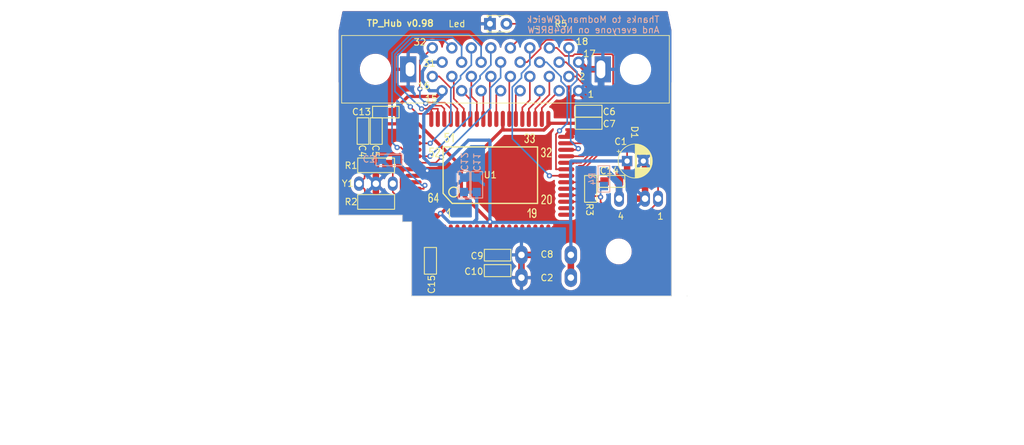
<source format=kicad_pcb>
(kicad_pcb (version 20221018) (generator pcbnew)
  (layers (0 "F.Cu" signal) (31 "B.Cu" signal) (34 "B.Paste" user) (35 "F.Paste" user) (36 "B.SilkS" user "B.Silkscreen") (37 "F.SilkS" user "F.Silkscreen") (38 "B.Mask" user) (39 "F.Mask" user) (44 "Edge.Cuts" user))
  (net 0 "")
  (net 1 "GND")
  (net 2 "VCC")
  (net 3 "Start")
  (net 4 "CNT-NUS.P60")
  (net 5 "F3.Data")
  (net 6 "R3-C14")
  (net 7 "R2.OSC2")
  (net 8 "OSC1")
  (net 9 "OSC2")
  (net 10 "XA")
  (net 11 "XB")
  (net 12 "YA")
  (net 13 "YB")
  (net 14 "Up")
  (net 15 "Left")
  (net 16 "Right")
  (net 17 "Down")
  (net 18 "CU")
  (net 19 "CR")
  (net 20 "A")
  (net 21 "CD")
  (net 22 "B")
  (net 23 "CL")
  (net 24 "Z")
  (net 25 "R")
  (net 26 "A11")
  (net 27 "A9")
  (net 28 "A8")
  (net 29 "A13")
  (net 30 "WE")
  (net 31 "A15")
  (net 32 "CE")
  (net 33 "A14")
  (net 34 "A12")
  (net 35 "A7")
  (net 36 "A6")
  (net 37 "A5")
  (net 38 "A4")
  (net 39 "A3")
  (net 40 "A2")
  (net 41 "A1")
  (net 42 "A0")
  (net 43 "D0")
  (net 44 "D1")
  (net 45 "Detect")
  (net 46 "D2")
  (net 47 "D3")
  (net 48 "D4")
  (net 49 "D5")
  (net 50 "D6")
  (net 51 "D7")
  (net 52 "A10")
  (net 53 "OE")
  (net 54 "L")
  (net 55 "R5.LED")
  (footprint "N64 Controller:Accessory Port" (layer "F.Cu") (at 145.647 72.794)
    (fp_text reference "J1" hide)
    (fp_text value "~" hide)
  )
  (footprint "N64 Controller:Small SMD" (layer "F.Cu") (at 158.456 81.103)
    (fp_text reference "C7")
    (fp_text value "1 nF" hide)
  )
  (footprint "MountingHole:MountingHole_3.5mm" (layer "F.Cu") (at 163.068 100.838)
    (fp_text reference "REF**" hide)
    (fp_text value "MountingHole_3.5mm")
  )
  (footprint "N64 Controller:Small SMD" (layer "F.Cu") (at 134.112 102.268 90)
    (fp_text reference "C15")
    (fp_text value "100 nF" hide)
  )
  (footprint "Resistor_SMD:R_0805_2012Metric" (layer "F.Cu") (at 150.368 65.786)
    (fp_text reference "R5")
    (fp_text value "R_0805_2012Metric")
  )
  (footprint "N64 Controller:TH Capacitor" (layer "F.Cu") (at 151.902 101.37 90)
    (fp_text reference "C8")
    (fp_text value "100 nF 500v" hide)
  )
  (footprint "N64 Controller:Large SMD" (layer "F.Cu") (at 125.727 87.593 -90)
    (fp_text reference "R1")
    (fp_text value "105" hide)
  )
  (footprint "N64 Controller:Small SMD" (layer "F.Cu") (at 158.456 79.256)
    (fp_text reference "C6")
    (fp_text value "100 nF" hide)
  )
  (footprint "N64 Controller:Small SMD" (layer "F.Cu") (at 127.16 79.3452)
    (fp_text reference "C13")
    (fp_text value "1 nF" hide)
  )
  (footprint "LED_THT:LED_D1.8mm_W3.3mm_H2.4mm" (layer "F.Cu") (at 143.256 65.786)
    (fp_text reference "Led")
    (fp_text value "LED_D1.8mm_W3.3mm_H2.4mm")
  )
  (footprint "N64 Controller:Small SMD" (layer "F.Cu") (at 158.7525 91.209 -90)
    (fp_text reference "R3")
    (fp_text value "131" hide)
  )
  (footprint "N64 Controller:Small SMD" (layer "F.Cu") (at 144.432 101.416)
    (fp_text reference "C9")
    (fp_text value "1 nF" hide)
  )
  (footprint "N64 Controller:Small SMD" (layer "F.Cu") (at 123.719 82.298 -90)
    (fp_text reference "C4")
    (fp_text value "100 nF" hide)
  )
  (footprint "N64 Controller:SOT-23 Diode" (layer "F.Cu") (at 167.32 81.514 -90)
    (fp_text reference "D1")
    (fp_text value "MA744" hide)
  )
  (footprint "N64 Controller:Large SMD" (layer "F.Cu") (at 125.76 93.216 90)
    (fp_text reference "R2")
    (fp_text value "562" hide)
  )
  (footprint "N64 Controller:Small SMD" (layer "F.Cu") (at 144.432 103.8)
    (fp_text reference "C10")
    (fp_text value "1 uF" hide)
  )
  (footprint "N64 Controller:CNT-NUS" (layer "F.Cu") (at 143.238 89.184)
    (fp_text reference "U1")
    (fp_text value "CNT-NUS" hide)
  )
  (footprint "N64 Controller:2 MHz Oscillator" (layer "F.Cu") (at 125.71 90.404 90)
    (fp_text reference "Y1")
    (fp_text value "2 MHz" hide)
  )
  (footprint "N64 Controller:Small SMD" (layer "F.Cu") (at 125.786 82.298 -90)
    (fp_text reference "C5")
    (fp_text value "1 nF" hide)
  )
  (footprint "N64 Controller:N64 Plug Cable Connector" (layer "F.Cu") (at 166.116 92.71 90)
    (fp_text reference "J2" hide)
    (fp_text value "N64 Controller Cable" hide)
  )
  (footprint "Capacitor_THT:CP_Radial_D5.0mm_P2.50mm" (layer "F.Cu") (at 164.3529 86.917)
    (fp_text reference "C1")
    (fp_text value "47 uF 16v")
  )
  (footprint "N64 Controller:Small SMD" (layer "F.Cu") (at 161.992 90.06)
    (fp_text reference "C14")
    (fp_text value "68 pF" hide)
  )
  (footprint "N64 Controller:TH Capacitor" (layer "F.Cu") (at 151.902 104.878 90)
    (fp_text reference "C2")
    (fp_text value "1 nF 1000v" hide)
  )
  (footprint "N64 Controller:Small SMD" (layer "B.Cu") (at 127.739 86.735)
    (fp_text reference "C3")
    (fp_text value "100 nF" hide)
  )
  (footprint "N64 Controller:Small SMD" (layer "B.Cu") (at 141.224 90.584 -90)
    (fp_text reference "C11")
    (fp_text value "1 nF" hide)
  )
  (footprint "N64 Controller:Small SMD" (layer "B.Cu") (at 139.256 90.584 -90)
    (fp_text reference "C12")
    (fp_text value "100 nF" hide)
  )
  (footprint "N64 Controller:Small SMD" (layer "B.Cu") (at 160.782 89.662 -90)
    (fp_text reference "R4")
    (fp_text value "751" hide)
  )
  (gr_rect (start 138.352 88.535) (end 140.151 92.616) (stroke (width 0.15)) (fill none) (layer "B.SilkS"))
  (gr_rect (start 140.346 88.543) (end 142.134 92.613) (stroke (width 0.15)) (fill none) (layer "B.SilkS"))
  (gr_rect (start 159.879 87.637) (end 161.691 91.7) (stroke (width 0.15)) (fill none) (layer "B.SilkS"))
  (gr_rect (start 125.73 85.858) (end 129.751 87.63) (stroke (width 0.15)) (fill none) (layer "B.SilkS"))
  (gr_rect (start 156.4 78.328) (end 160.498 80.166) (stroke (width 0.15)) (fill none) (layer "F.SilkS"))
  (gr_rect (start 122.916 86.454) (end 128.574 88.696) (stroke (width 0.15)) (fill none) (layer "F.SilkS"))
  (gr_rect (start 124.856 80.255) (end 126.689 84.338) (stroke (width 0.15)) (fill none) (layer "F.SilkS"))
  (gr_rect (start 122.912 92.087) (end 128.588 94.348) (stroke (width 0.15)) (fill none) (layer "F.SilkS"))
  (gr_rect (start 159.918 89.138) (end 163.999 90.97) (stroke (width 0.15)) (fill none) (layer "F.SilkS"))
  (gr_rect (start 142.395 100.515) (end 146.466 102.306) (stroke (width 0.15)) (fill none) (layer "F.SilkS"))
  (gr_rect (start 142.39 102.87) (end 146.474 104.718) (stroke (width 0.15)) (fill none) (layer "F.SilkS"))
  (gr_rect (start 157.8155 89.154) (end 159.6845 93.262) (stroke (width 0.15)) (fill none) (layer "F.SilkS"))
  (gr_rect (start 133.169 100.227) (end 135.032 104.334) (stroke (width 0.15)) (fill none) (layer "F.SilkS"))
  (gr_rect (start 122.834 80.254) (end 124.623 84.34) (stroke (width 0.15)) (fill none) (layer "F.SilkS"))
  (gr_rect (start 156.4 80.166) (end 160.498 82.025) (stroke (width 0.15)) (fill none) (layer "F.SilkS"))
  (gr_rect (start 125.2 78.486) (end 129.286 80.275) (stroke (width 0.15)) (fill none) (layer "F.SilkS"))
  (gr_line (start 173.578 107.696) (end 173.578 107.696) (stroke (width 0.1)) (layer "Edge.Cuts"))
  (gr_line (start 119.978 95.25) (end 129.794 95.25) (stroke (width 0.1)) (layer "Edge.Cuts"))
  (gr_line (start 131.206 96.266) (end 129.794 96.266) (stroke (width 0.1)) (layer "Edge.Cuts"))
  (gr_line (start 119.978 74.844) (end 119.978 95.25) (stroke (width 0.1)) (layer "Edge.Cuts"))
  (gr_line (start 131.206 107.696) (end 171.178 107.696) (stroke (width 0.1)) (layer "Edge.Cuts"))
  (gr_line (start 131.206 96.266) (end 131.206 107.696) (stroke (width 0.1)) (layer "Edge.Cuts"))
  (gr_line (start 129.794 96.266) (end 129.794 95.25) (stroke (width 0.1)) (layer "Edge.Cuts"))
  (gr_line (start 120.578 63.844) (end 170.578 63.844) (stroke (width 0.002)) (layer "Edge.Cuts"))
  (gr_line (start 171.178 74.844) (end 171.178 107.696) (stroke (width 0.1)) (layer "Edge.Cuts"))
  (gr_line (start 119.978 74.844) (end 119.978 66.844) (stroke (width 0.002)) (layer "Edge.Cuts"))
  (gr_line (start 171.178 74.844) (end 171.178 66.844) (stroke (width 0.002)) (layer "Edge.Cuts"))
  (gr_line (start 171.178 66.844) (end 170.578 63.844) (stroke (width 0.002)) (layer "Edge.Cuts"))
  (gr_line (start 119.978 66.844) (end 120.578 63.844) (stroke (width 0.002)) (layer "Edge.Cuts"))
  (gr_text "Thanks to Modman/RWeick\nAnd everyone on N64BREW" (at 169.418 67.31) (layer "B.SilkS") (effects (font (size 1 1)) (justify left bottom mirror)))
  (gr_text "2" (at 156.839 74.506) (layer "F.SilkS") (effects (font (size 1 1)) (justify left bottom)))
  (gr_text "1" (at 158.217 77.221) (layer "F.SilkS") (effects (font (size 1 1)) (justify left bottom)))
  (gr_text "16" (at 132.02 75.912) (layer "F.SilkS") (effects (font (size 1 1)) (justify left bottom)))
  (gr_text "18" (at 156.364 69.105) (layer "F.SilkS") (effects (font (size 1 1)) (justify left bottom)))
  (gr_text "TP_Hub v0.98" (at 124.206 66.294) (layer "F.SilkS") (effects (font (size 1 1) (thickness 0.2) bold) (justify left bottom)))
  (gr_text "15" (at 133.171 77.879) (layer "F.SilkS") (effects (font (size 1 1)) (justify left bottom)))
  (gr_text "31" (at 132.898 72.456) (layer "F.SilkS") (effects (font (size 1 1)) (justify left bottom)))
  (gr_text "32" (at 131.426 69.202) (layer "F.SilkS") (effects (font (size 1 1)) (justify left bottom)))
  (gr_text "17" (at 157.508 70.965) (layer "F.SilkS") (effects (font (size 1 1)) (justify left bottom)))
  (segment (start 148.102 101.37) (end 148.102 103.4951) (width 1) (layer "F.Cu") (net 1))
  (segment (start 159.566 82.4381) (end 155.7339 82.4381) (width 1) (layer "F.Cu") (net 1))
  (segment (start 131.488 88.184) (end 133.396 88.184) (width 0.6298) (layer "F.Cu") (net 1))
  (segment (start 159.566 81.103) (end 159.566 82.4381) (width 1) (layer "F.Cu") (net 1))
  (segment (start 133.396 88.184) (end 133.604 88.392) (width 0.6298) (layer "F.Cu") (net 1))
  (segment (start 131.488 83.1688) (end 131.488 83.184) (width 0.6298) (layer "F.Cu") (net 1))
  (segment (start 159.566 78.763) (end 159.566 79.256) (width 1) (layer "F.Cu") (net 1))
  (segment (start 145.542 101.416) (end 145.542 103.8) (width 1) (layer "F.Cu") (net 1))
  (segment (start 148.102 104.878) (end 148.102 103.4951) (width 1) (layer "F.Cu") (net 1))
  (segment (start 148.102 104.878) (end 148.4115 105.1875) (width 1) (layer "F.Cu") (net 1))
  (segment (start 129.7072 92.184) (end 129.7072 90.184) (width 0.6298) (layer "F.Cu") (net 1))
  (segment (start 165.1 90.678) (end 167.116 90.678) (width 1) (layer "F.Cu") (net 1))
  (segment (start 167.116 90.678) (end 167.116 87.1801) (width 1) (layer "F.Cu") (net 1))
  (segment (start 129.7072 90.184) (end 131.488 90.184) (width 0.6298) (layer "F.Cu") (net 1))
  (segment (start 167.116 87.1801) (end 166.8529 86.917) (width 1) (layer "F.Cu") (net 1))
  (segment (start 160.322 72.794) (end 157.997 72.794) (width 1) (layer "F.Cu") (net 1))
  (segment (start 125.71 90.404) (end 125.71 94.468) (width 1) (layer "F.Cu") (net 1))
  (segment (start 148.4115 105.1875) (end 148.4115 105.2509) (width 1) (layer "F.Cu") (net 1))
  (segment (start 165.116 92.71) (end 167.116 92.71) (width 1) (layer "F.Cu") (net 1))
  (segment (start 125.786 83.408) (end 124.4509 83.408) (width 1) (layer "F.Cu") (net 1))
  (segment (start 165.116 90.694) (end 165.1 90.678) (width 1) (layer "F.Cu") (net 1))
  (segment (start 149.74 101.37) (end 148.102 101.37) (width 1) (layer "F.Cu") (net 1))
  (segment (start 152.238 97.937) (end 152.238 98.872) (width 1) (layer "F.Cu") (net 1))
  (segment (start 131.488 83.1688) (end 127.3603 83.1688) (width 1) (layer "F.Cu") (net 1))
  (segment (start 157.997 72.794) (end 156.897 71.694) (width 1) (layer "F.Cu") (net 1))
  (segment (start 152.238 98.872) (end 149.74 101.37) (width 1) (layer "F.Cu") (net 1))
  (segment (start 167.116 92.71) (end 167.116 90.678) (width 1) (layer "F.Cu") (net 1))
  (segment (start 129.7072 88.3052) (end 129.8284 88.184) (width 0.6298) (layer "F.Cu") (net 1))
  (segment (start 129.7072 92.184) (end 131.488 92.184) (width 0.6298) (layer "F.Cu") (net 1))
  (segment (start 129.8284 88.184) (end 131.488 88.184) (width 0.6298) (layer "F.Cu") (net 1))
  (segment (start 152.443726 97.937) (end 151.253 97.937) (width 1) (layer "F.Cu") (net 1))
  (segment (start 129.7072 90.184) (end 129.7072 88.3052) (width 0.6298) (layer "F.Cu") (net 1))
  (segment (start 125.71 83.484) (end 125.786 83.408) (width 1) (layer "F.Cu") (net 1))
  (segment (start 125.71 90.404) (end 125.71 83.484) (width 1) (layer "F.Cu") (net 1))
  (segment (start 123.719 83.408) (end 124.4509 83.408) (width 1) (layer "F.Cu") (net 1))
  (segment (start 127.3603 83.1688) (end 127.1211 83.408) (width 1) (layer "F.Cu") (net 1))
  (segment (start 156.897 76.094) (end 159.566 78.763) (width 1) (layer "F.Cu") (net 1))
  (segment (start 155.2931 82.8789) (end 154.988 83.184) (width 0.6298) (layer "F.Cu") (net 1))
  (segment (start 159.566 79.256) (end 159.566 81.103) (width 1) (layer "F.Cu") (net 1))
  (segment (start 165.116 92.71) (end 165.116 90.694) (width 1) (layer "F.Cu") (net 1))
  (segment (start 155.7339 82.4381) (end 155.2931 82.8789) (width 1) (layer "F.Cu") (net 1))
  (segment (start 125.786 83.408) (end 127.1211 83.408) (width 1) (layer "F.Cu") (net 1))
  (segment (start 125.71 94.468) (end 125.73 94.488) (width 1) (layer "F.Cu") (net 1))
  (via (at 133.604 88.392) (size 0.8) (drill 0.4) (layers "F.Cu" "B.Cu") (net 1))
  (segment (start 156.897 76.094) (end 159.7221 76.094) (width 1) (layer "B.Cu") (net 1))
  (segment (start 160.322 72.794) (end 160.322 75.4941) (width 1) (layer "B.Cu") (net 1))
  (segment (start 160.322 75.4941) (end 166.8529 82.025) (width 1) (layer "B.Cu") (net 1))
  (segment (start 159.7221 76.094) (end 160.322 75.4941) (width 1) (layer "B.Cu") (net 1))
  (segment (start 166.8529 82.025) (end 166.8529 86.917) (width 1) (layer "B.Cu") (net 1))
  (segment (start 141.224 89.474) (end 139.256 89.474) (width 1) (layer "B.Cu") (net 1))
  (segment (start 168.91 67.056) (end 153.67 67.056) (width 0.25) (layer "F.Cu") (net 2))
  (segment (start 138.8633 88.3741) (end 138.8633 91.8733) (width 0.5) (layer "F.Cu") (net 2))
  (segment (start 151.554873 82.134) (end 152.585873 81.103) (width 0.5) (layer "F.Cu") (net 2))
  (segment (start 151.554873 82.134) (end 152.238 81.450873) (width 0.5) (layer "F.Cu") (net 2))
  (segment (start 164.3529 79.4871) (end 168.91 74.93) (width 0.25) (layer "F.Cu") (net 2))
  (segment (start 139.1457 88.0917) (end 138.8633 88.3741) (width 0.5) (layer "F.Cu") (net 2))
  (segment (start 163.102 90.06) (end 163.102 88.7249) (width 1) (layer "F.Cu") (net 2))
  (segment (start 152.585873 81.103) (end 157.346 81.103) (width 0.5) (layer "F.Cu") (net 2))
  (segment (start 164.3529 86.917) (end 164.3529 88.4171) (width 1) (layer "F.Cu") (net 2))
  (segment (start 145.238 81.9994) (end 145.3726 82.134) (width 0.5) (layer "F.Cu") (net 2))
  (segment (start 134.9424 95.184) (end 131.488 95.184) (width 0.5) (layer "F.Cu") (net 2))
  (segment (start 164.0451 88.7249) (end 163.102 88.7249) (width 1) (layer "F.Cu") (net 2))
  (segment (start 168.91 74.93) (end 168.91 67.056) (width 0.25) (layer "F.Cu") (net 2))
  (segment (start 143.322 96.332) (end 143.322 103.8) (width 0.5) (layer "F.Cu") (net 2))
  (segment (start 128.27 79.3452) (end 130.646201 76.968999) (width 0.5) (layer "F.Cu") (net 2))
  (segment (start 138.8633 91.8733) (end 143.256 96.266) (width 0.5) (layer "F.Cu") (net 2))
  (segment (start 164.3529 86.917) (end 164.3529 79.4871) (width 0.25) (layer "F.Cu") (net 2))
  (segment (start 135.2475 95.4891) (end 134.9424 95.184) (width 0.5) (layer "F.Cu") (net 2))
  (segment (start 135.022001 76.968999) (end 135.897 76.094) (width 0.5) (layer "F.Cu") (net 2))
  (segment (start 132.274382 81.188) (end 129.032 81.188) (width 0.5) (layer "F.Cu") (net 2))
  (segment (start 129.032 81.188) (end 123.719 81.188) (width 0.5) (layer "F.Cu") (net 2))
  (segment (start 145.238 81.9994) (end 145.238 80.434) (width 0.5) (layer "F.Cu") (net 2))
  (segment (start 163.116 90.074) (end 163.102 90.06) (width 1) (layer "F.Cu") (net 2))
  (segment (start 152.238 80.434) (end 152.238 81.450873) (width 0.5) (layer "F.Cu") (net 2))
  (segment (start 155.702 104.878) (end 155.702 101.37) (width 1) (layer "F.Cu") (net 2))
  (segment (start 145.238 81.9994) (end 139.1457 88.0917) (width 0.5) (layer "F.Cu") (net 2))
  (segment (start 129.032 80.1072) (end 128.27 79.3452) (width 0.5) (layer "F.Cu") (net 2))
  (segment (start 152.4 65.786) (end 151.2805 65.786) (width 0.25) (layer "F.Cu") (net 2))
  (segment (start 129.032 81.188) (end 129.032 80.1072) (width 0.5) (layer "F.Cu") (net 2))
  (segment (start 138.8633 91.8733) (end 135.2475 95.4891) (width 0.5) (layer "F.Cu") (net 2))
  (segment (start 143.256 96.266) (end 143.322 96.332) (width 0.5) (layer "F.Cu") (net 2))
  (segment (start 135.2475 95.4891) (end 134.112 96.6246) (width 0.5) (layer "F.Cu") (net 2))
  (segment (start 130.646201 76.968999) (end 135.022001 76.968999) (width 0.5) (layer "F.Cu") (net 2))
  (segment (start 164.3529 88.4171) (end 164.0451 88.7249) (width 1) (layer "F.Cu") (net 2))
  (segment (start 139.1457 88.059318) (end 132.274382 81.188) (width 0.5) (layer "F.Cu") (net 2))
  (segment (start 139.1457 88.0917) (end 139.1457 88.059318) (width 0.5) (layer "F.Cu") (net 2))
  (segment (start 163.116 92.71) (end 163.116 90.074) (width 1) (layer "F.Cu") (net 2))
  (segment (start 134.112 96.6246) (end 134.112 101.158) (width 0.5) (layer "F.Cu") (net 2))
  (segment (start 153.67 67.056) (end 152.4 65.786) (width 0.25) (layer "F.Cu") (net 2))
  (segment (start 145.3726 82.134) (end 151.554873 82.134) (width 0.5) (layer "F.Cu") (net 2))
  (segment (start 157.346 81.103) (end 157.346 79.256) (width 0.5) (layer "F.Cu") (net 2))
  (via (at 135.636 94.996) (size 0.8) (drill 0.4) (layers "F.Cu" "B.Cu") (net 2))
  (via (at 143.256 96.266) (size 0.8) (drill 0.4) (layers "F.Cu" "B.Cu") (net 2))
  (segment (start 135.897 76.928882) (end 135.897 76.094) (width 0.5) (layer "B.Cu") (net 2))
  (segment (start 155.751 86.917) (end 155.6626 87.0054) (width 0.5) (layer "B.Cu") (net 2))
  (segment (start 135.636 94.996) (end 135.6544 94.996) (width 0.5) (layer "B.Cu") (net 2))
  (segment (start 133.792 71.694) (end 135.897 71.694) (width 0.5) (layer "B.Cu") (net 2))
  (segment (start 139.954 83.705335) (end 136.225035 87.4343) (width 0.5) (layer "B.Cu") (net 2))
  (segment (start 133.960782 76.094) (end 132.872 74.505218) (width 0.5) (layer "B.Cu") (net 2))
  (segment (start 133.0757 86.421982) (end 133.0757 79.750182) (width 0.5) (layer "B.Cu") (net 2))
  (segment (start 140.716 96.3625) (end 141.224 95.8545) (width 0.5) (layer "B.Cu") (net 2))
  (segment (start 134.088018 87.4343) (end 133.0757 86.421982) (width 0.5) (layer "B.Cu") (net 2))
  (segment (start 132.872 74.505218) (end 132.872 73.114) (width 0.5) (layer "B.Cu") (net 2))
  (segment (start 143.256 83.82) (end 143.141335 83.705335) (width 0.5) (layer "B.Cu") (net 2))
  (segment (start 155.6626 96.3625) (end 140.716 96.3625) (width 0.5) (layer "B.Cu") (net 2))
  (segment (start 143.141335 83.705335) (end 139.954 83.705335) (width 0.5) (layer "B.Cu") (net 2))
  (segment (start 140.716 96.3625) (end 137.0209 96.3625) (width 0.5) (layer "B.Cu") (net 2))
  (segment (start 135.897 76.094) (end 133.960782 76.094) (width 0.5) (layer "B.Cu") (net 2))
  (segment (start 155.751 86.917) (end 164.3529 86.917) (width 0.5) (layer "B.Cu") (net 2))
  (segment (start 155.6626 87.0054) (end 155.6626 96.3625) (width 0.5) (layer "B.Cu") (net 2))
  (segment (start 163.116 90.421) (end 161.247 88.552) (width 1) (layer "B.Cu") (net 2))
  (segment (start 143.256 96.266) (end 143.256 83.82) (width 0.5) (layer "B.Cu") (net 2))
  (segment (start 163.116 92.71) (end 163.116 90.421) (width 1) (layer "B.Cu") (net 2))
  (segment (start 155.6626 96.3625) (end 155.702 96.4019) (width 0.5) (layer "B.Cu") (net 2))
  (segment (start 155.702 96.4019) (end 155.702 101.37) (width 0.5) (layer "B.Cu") (net 2))
  (segment (start 132.872 73.114) (end 133.792 71.694) (width 0.5) (layer "B.Cu") (net 2))
  (segment (start 136.225035 87.4343) (end 134.088018 87.4343) (width 0.5) (layer "B.Cu") (net 2))
  (segment (start 133.0757 79.750182) (end 135.897 76.928882) (width 0.5) (layer "B.Cu") (net 2))
  (segment (start 161.247 88.552) (end 160.782 88.552) (width 1) (layer "B.Cu") (net 2))
  (segment (start 141.224 91.694) (end 139.256 91.694) (width 0.5) (layer "B.Cu") (net 2))
  (segment (start 135.6544 94.996) (end 137.0209 96.3625) (width 0.5) (layer "B.Cu") (net 2))
  (segment (start 141.224 95.8545) (end 141.224 91.694) (width 0.5) (layer "B.Cu") (net 2))
  (segment (start 133.0631 91.184) (end 133.0631 90.84) (width 0.25) (layer "F.Cu") (net 4))
  (segment (start 131.488 91.184) (end 133.0631 91.184) (width 0.25) (layer "F.Cu") (net 4))
  (segment (start 133.0631 90.84) (end 133.2446 90.6585) (width 0.25) (layer "F.Cu") (net 4))
  (via (at 133.2446 90.6585) (size 0.8) (drill 0.4) (layers "F.Cu" "B.Cu") (net 4))
  (segment (start 133.2446 90.6585) (end 132.7725 90.6585) (width 0.25) (layer "B.Cu") (net 4))
  (segment (start 132.7725 90.6585) (end 128.849 86.735) (width 0.25) (layer "B.Cu") (net 4))
  (segment (start 169.164 82.804) (end 169.116 82.852) (width 0.25) (layer "F.Cu") (net 5))
  (segment (start 156.5631 92.184) (end 156.5631 93.171) (width 0.25) (layer "F.Cu") (net 5))
  (segment (start 158.7525 92.319) (end 156.6981 92.319) (width 0.25) (layer "F.Cu") (net 5))
  (segment (start 169.124 82.764) (end 169.164 82.804) (width 0.25) (layer "F.Cu") (net 5))
  (segment (start 169.116 93.21) (end 169.116 92.71) (width 0.25) (layer "F.Cu") (net 5))
  (segment (start 156.5631 93.171) (end 156.5631 93.184) (width 0.25) (layer "F.Cu") (net 5))
  (segment (start 156.6981 92.319) (end 156.5631 92.184) (width 0.25) (layer "F.Cu") (net 5))
  (segment (start 169.116 82.852) (end 169.116 92.71) (width 0.25) (layer "F.Cu") (net 5))
  (segment (start 161.798 94.742) (end 167.584 94.742) (width 0.25) (layer "F.Cu") (net 5))
  (segment (start 154.988 93.184) (end 156.5631 93.184) (width 0.25) (layer "F.Cu") (net 5))
  (segment (start 167.32 82.764) (end 169.124 82.764) (width 0.25) (layer "F.Cu") (net 5))
  (segment (start 160.274 92.456) (end 160.274 93.218) (width 0.25) (layer "F.Cu") (net 5))
  (segment (start 167.584 94.742) (end 169.116 93.21) (width 0.25) (layer "F.Cu") (net 5))
  (segment (start 160.274 93.218) (end 161.798 94.742) (width 0.25) (layer "F.Cu") (net 5))
  (segment (start 154.988 92.184) (end 156.5631 92.184) (width 0.25) (layer "F.Cu") (net 5))
  (segment (start 158.7525 92.319) (end 160.137 92.319) (width 0.25) (layer "F.Cu") (net 5))
  (segment (start 160.137 92.319) (end 160.274 92.456) (width 0.25) (layer "F.Cu") (net 5))
  (via (at 160.274 92.456) (size 0.8) (drill 0.4) (layers "F.Cu" "B.Cu") (net 5))
  (segment (start 160.274 91.28) (end 160.782 90.772) (width 0.25) (layer "B.Cu") (net 5))
  (segment (start 160.274 92.456) (end 160.274 91.28) (width 0.25) (layer "B.Cu") (net 5))
  (segment (start 158.7525 90.099) (end 160.843 90.099) (width 0.25) (layer "F.Cu") (net 6))
  (segment (start 160.843 90.099) (end 160.882 90.06) (width 0.25) (layer "F.Cu") (net 6))
  (segment (start 124.01 91.304) (end 123.11 90.404) (width 0.25) (layer "F.Cu") (net 7))
  (segment (start 123.977 87.593) (end 123.977 89.537) (width 0.25) (layer "F.Cu") (net 7))
  (segment (start 124.01 93.216) (end 124.01 91.304) (width 0.25) (layer "F.Cu") (net 7))
  (segment (start 123.977 89.537) (end 123.11 90.404) (width 0.25) (layer "F.Cu") (net 7))
  (segment (start 128.31 91.691755) (end 129.802245 93.184) (width 0.25) (layer "F.Cu") (net 8))
  (segment (start 128.31 90.404) (end 128.31 88.426) (width 0.25) (layer "F.Cu") (net 8))
  (segment (start 128.31 90.404) (end 128.31 91.691755) (width 0.25) (layer "F.Cu") (net 8))
  (segment (start 129.802245 93.184) (end 131.488 93.184) (width 0.25) (layer "F.Cu") (net 8))
  (segment (start 128.31 88.426) (end 127.477 87.593) (width 0.25) (layer "F.Cu") (net 8))
  (segment (start 127.51 93.216) (end 128.478 94.184) (width 0.25) (layer "F.Cu") (net 9))
  (segment (start 128.478 94.184) (end 131.488 94.184) (width 0.25) (layer "F.Cu") (net 9))
  (segment (start 160.6648 67.8094) (end 163.1031 70.2477) (width 0.25) (layer "F.Cu") (net 26))
  (segment (start 163.1031 82.736396) (end 163.1031 70.2477) (width 0.25) (layer "F.Cu") (net 26))
  (segment (start 157.193496 88.646) (end 163.1031 82.736396) (width 0.25) (layer "F.Cu") (net 26))
  (segment (start 154.988 91.184) (end 156.5631 91.184) (width 0.25) (layer "F.Cu") (net 26))
  (segment (start 148.0807 67.8094) (end 146.3961 69.494) (width 0.25) (layer "F.Cu") (net 26))
  (segment (start 157.0131 88.646) (end 157.193496 88.646) (width 0.25) (layer "F.Cu") (net 26))
  (segment (start 160.6648 67.8094) (end 148.0807 67.8094) (width 0.25) (layer "F.Cu") (net 26))
  (segment (start 157.0131 90.734) (end 157.0131 88.646) (width 0.25) (layer "F.Cu") (net 26))
  (segment (start 156.5631 91.184) (end 157.0131 90.734) (width 0.25) (layer "F.Cu") (net 26))
  (segment (start 147.897 71.694) (end 148.9569 71.694) (width 0.25) (layer "F.Cu") (net 27))
  (segment (start 151.0559 69.595) (end 151.0559 69.1375) (width 0.25) (layer "F.Cu") (net 27))
  (segment (start 156.5631 88.0389) (end 156.5631 90.184) (width 0.25) (layer "F.Cu") (net 27))
  (segment (start 157.5692 87.6339) (end 156.9681 87.6339) (width 0.25) (layer "F.Cu") (net 27))
  (segment (start 156.5631 88.0389) (end 156.9681 87.6339) (width 0.25) (layer "F.Cu") (net 27))
  (segment (start 162.6531 70.4344) (end 162.6531 82.55) (width 0.25) (layer "F.Cu") (net 27))
  (segment (start 156.5631 90.184) (end 154.988 90.184) (width 0.25) (layer "F.Cu") (net 27))
  (segment (start 160.4783 68.2596) (end 162.6531 70.4344) (width 0.25) (layer "F.Cu") (net 27))
  (segment (start 151.9338 68.2596) (end 160.4783 68.2596) (width 0.25) (layer "F.Cu") (net 27))
  (segment (start 151.0559 69.1375) (end 151.9338 68.2596) (width 0.25) (layer "F.Cu") (net 27))
  (segment (start 162.6531 82.55) (end 157.5692 87.6339) (width 0.25) (layer "F.Cu") (net 27))
  (segment (start 148.9569 71.694) (end 151.0559 69.595) (width 0.25) (layer "F.Cu") (net 27))
  (segment (start 154.988 89.184) (end 152.4046 89.184) (width 0.25) (layer "F.Cu") (net 28))
  (via (at 152.4046 89.184) (size 0.8) (drill 0.4) (layers "F.Cu" "B.Cu") (net 28))
  (segment (start 148.1049 73.4261) (end 148.1049 74.1172) (width 0.25) (layer "B.Cu") (net 28))
  (segment (start 148.1049 74.1172) (end 146.6909 75.5312) (width 0.25) (layer "B.Cu") (net 28))
  (segment (start 149.3964 72.1346) (end 148.1049 73.4261) (width 0.25) (layer "B.Cu") (net 28))
  (segment (start 146.6909 75.5312) (end 146.6909 83.4703) (width 0.25) (layer "B.Cu") (net 28))
  (segment (start 146.6909 83.4703) (end 152.4046 89.184) (width 0.25) (layer "B.Cu") (net 28))
  (segment (start 149.3964 69.494) (end 149.3964 72.1346) (width 0.25) (layer "B.Cu") (net 28))
  (segment (start 153.4129 88.184) (end 153.4129 82.805) (width 0.25) (layer "F.Cu") (net 29))
  (segment (start 153.4129 82.805) (end 153.9589 82.259) (width 0.25) (layer "F.Cu") (net 29))
  (segment (start 154.988 88.184) (end 153.4129 88.184) (width 0.25) (layer "F.Cu") (net 29))
  (via (at 153.9589 82.259) (size 0.8) (drill 0.4) (layers "F.Cu" "B.Cu") (net 29))
  (segment (start 154.1968 74.6334) (end 155.1468 75.5834) (width 0.25) (layer "B.Cu") (net 29))
  (segment (start 155.1468 75.5834) (end 155.1468 81.0711) (width 0.25) (layer "B.Cu") (net 29))
  (segment (start 151.9571 71.694) (end 154.1968 73.9337) (width 0.25) (layer "B.Cu") (net 29))
  (segment (start 154.1968 73.9337) (end 154.1968 74.6334) (width 0.25) (layer "B.Cu") (net 29))
  (segment (start 150.897 71.694) (end 151.9571 71.694) (width 0.25) (layer "B.Cu") (net 29))
  (segment (start 155.1468 81.0711) (end 153.9589 82.259) (width 0.25) (layer "B.Cu") (net 29))
  (segment (start 162.2019 82.2625) (end 157.2805 87.1839) (width 0.25) (layer "F.Cu") (net 30))
  (segment (start 154.7846 70.7316) (end 156.0094 70.7316) (width 0.25) (layer "F.Cu") (net 30))
  (segment (start 152.3967 69.494) (end 153.547 69.494) (width 0.25) (layer "F.Cu") (net 30))
  (segment (start 156.5631 87.1839) (end 156.5631 87.184) (width 0.25) (layer "F.Cu") (net 30))
  (segment (start 162.2019 70.6628) (end 162.2019 82.2625) (width 0.25) (layer "F.Cu") (net 30))
  (segment (start 154.988 87.184) (end 156.5631 87.184) (width 0.25) (layer "F.Cu") (net 30))
  (segment (start 156.274 70.467) (end 162.0061 70.467) (width 0.25) (layer "F.Cu") (net 30))
  (segment (start 157.2805 87.1839) (end 156.5631 87.1839) (width 0.25) (layer "F.Cu") (net 30))
  (segment (start 162.0061 70.467) (end 162.2019 70.6628) (width 0.25) (layer "F.Cu") (net 30))
  (segment (start 153.547 69.494) (end 154.7846 70.7316) (width 0.25) (layer "F.Cu") (net 30))
  (segment (start 156.0094 70.7316) (end 156.274 70.467) (width 0.25) (layer "F.Cu") (net 30))
  (segment (start 160.992 82.8357) (end 160.992 77.7274) (width 0.25) (layer "F.Cu") (net 31))
  (segment (start 154.9586 71.694) (end 153.897 71.694) (width 0.25) (layer "F.Cu") (net 31))
  (segment (start 160.992 77.7274) (end 154.9586 71.694) (width 0.25) (layer "F.Cu") (net 31))
  (segment (start 157.6437 86.184) (end 160.992 82.8357) (width 0.25) (layer "F.Cu") (net 31))
  (segment (start 154.988 86.184) (end 157.6437 86.184) (width 0.25) (layer "F.Cu") (net 31))
  (segment (start 154.988 85.184) (end 156.5631 85.184) (width 0.25) (layer "F.Cu") (net 32))
  (segment (start 156.7423 85.0048) (end 156.8448 85.0048) (width 0.25) (layer "F.Cu") (net 32))
  (segment (start 156.5631 85.184) (end 156.7423 85.0048) (width 0.25) (layer "F.Cu") (net 32))
  (via (at 156.8448 85.0048) (size 0.8) (drill 0.4) (layers "F.Cu" "B.Cu") (net 32))
  (segment (start 156.6398 74.4738) (end 155.676 75.4376) (width 0.25) (layer "B.Cu") (net 32))
  (segment (start 155.397 71.943) (end 156.6398 73.1858) (width 0.25) (layer "B.Cu") (net 32))
  (segment (start 155.397 69.494) (end 155.397 71.943) (width 0.25) (layer "B.Cu") (net 32))
  (segment (start 156.6398 73.1858) (end 156.6398 74.4738) (width 0.25) (layer "B.Cu") (net 32))
  (segment (start 155.676 83.836) (end 156.8448 85.0048) (width 0.25) (layer "B.Cu") (net 32))
  (segment (start 155.676 75.4376) (end 155.676 83.836) (width 0.25) (layer "B.Cu") (net 32))
  (segment (start 158.9909 84.184) (end 154.988 84.184) (width 0.25) (layer "F.Cu") (net 33))
  (segment (start 155.397 73.894) (end 156.4574 73.894) (width 0.25) (layer "F.Cu") (net 33))
  (segment (start 160.5413 77.9779) (end 160.5413 82.6336) (width 0.25) (layer "F.Cu") (net 33))
  (segment (start 160.5413 82.6336) (end 158.9909 84.184) (width 0.25) (layer "F.Cu") (net 33))
  (segment (start 156.4574 73.894) (end 160.5413 77.9779) (width 0.25) (layer "F.Cu") (net 33))
  (segment (start 151.238 80.434) (end 151.238 78.753) (width 0.25) (layer "F.Cu") (net 34))
  (segment (start 151.238 78.753) (end 153.897 76.094) (width 0.25) (layer "F.Cu") (net 34))
  (segment (start 150.238 78.8589) (end 152.397 76.6999) (width 0.25) (layer "F.Cu") (net 35))
  (segment (start 152.397 76.6999) (end 152.397 73.894) (width 0.25) (layer "F.Cu") (net 35))
  (segment (start 150.238 80.434) (end 150.238 78.8589) (width 0.25) (layer "F.Cu") (net 35))
  (segment (start 149.238 78.8589) (end 150.897 77.1999) (width 0.25) (layer "F.Cu") (net 36))
  (segment (start 150.897 77.1999) (end 150.897 76.094) (width 0.25) (layer "F.Cu") (net 36))
  (segment (start 149.238 80.434) (end 149.238 78.8589) (width 0.25) (layer "F.Cu") (net 36))
  (segment (start 149.397 77.5155) (end 149.397 73.894) (width 0.25) (layer "F.Cu") (net 37))
  (segment (start 148.238 80.434) (end 148.238 78.6745) (width 0.25) (layer "F.Cu") (net 37))
  (segment (start 148.238 78.6745) (end 149.397 77.5155) (width 0.25) (layer "F.Cu") (net 37))
  (segment (start 147.238 76.753) (end 147.897 76.094) (width 0.25) (layer "F.Cu") (net 38))
  (segment (start 147.238 80.434) (end 147.238 76.753) (width 0.25) (layer "F.Cu") (net 38))
  (segment (start 146.238 80.434) (end 146.238 74.053) (width 0.25) (layer "F.Cu") (net 39))
  (segment (start 146.238 74.053) (end 146.397 73.894) (width 0.25) (layer "F.Cu") (net 39))
  (segment (start 144.238 76.753) (end 144.897 76.094) (width 0.25) (layer "F.Cu") (net 40))
  (segment (start 144.238 80.434) (end 144.238 76.753) (width 0.25) (layer "F.Cu") (net 40))
  (segment (start 143.238 80.434) (end 143.238 74.053) (width 0.25) (layer "F.Cu") (net 41))
  (segment (start 143.238 74.053) (end 143.397 73.894) (width 0.25) (layer "F.Cu") (net 41))
  (segment (start 142.238 80.434) (end 142.238 76.435) (width 0.25) (layer "F.Cu") (net 42))
  (segment (start 142.238 76.435) (end 141.897 76.094) (width 0.25) (layer "F.Cu") (net 42))
  (segment (start 141.238 77.7983) (end 140.397 76.9573) (width 0.25) (layer "F.Cu") (net 43))
  (segment (start 140.397 76.9573) (end 140.397 73.894) (width 0.25) (layer "F.Cu") (net 43))
  (segment (start 141.238 80.434) (end 141.238 77.7983) (width 0.25) (layer "F.Cu") (net 43))
  (segment (start 140.238 77.435) (end 138.897 76.094) (width 0.25) (layer "F.Cu") (net 44))
  (segment (start 140.238 80.434) (end 140.238 77.435) (width 0.25) (layer "F.Cu") (net 44))
  (segment (start 137.6926 74.1896) (end 137.397 73.894) (width 0.25) (layer "F.Cu") (net 45))
  (segment (start 139.238 78.8589) (end 137.6926 77.3135) (width 0.25) (layer "F.Cu") (net 45))
  (segment (start 139.238 80.434) (end 139.238 78.8589) (width 0.25) (layer "F.Cu") (net 45))
  (segment (start 137.6926 77.3135) (end 137.6926 74.1896) (width 0.25) (layer "F.Cu") (net 45))
  (segment (start 138.238 80.434) (end 138.238 78.8589) (width 0.25) (layer "F.Cu") (net 46))
  (segment (start 137.238 77.8589) (end 137.238 75.6751) (width 0.25) (layer "F.Cu") (net 46))
  (segment (start 135.4569 73.894) (end 134.397 73.894) (width 0.25) (layer "F.Cu") (net 46))
  (segment (start 137.238 75.6751) (end 135.4569 73.894) (width 0.25) (layer "F.Cu") (net 46))
  (segment (start 138.238 78.8589) (end 137.238 77.8589) (width 0.25) (layer "F.Cu") (net 46))
  (segment (start 137.238 78.8589) (end 136.3176 77.9385) (width 0.25) (layer "F.Cu") (net 47))
  (segment (start 137.238 80.434) (end 137.238 78.8589) (width 0.25) (layer "F.Cu") (net 47))
  (segment (start 132.4825 71.4065) (end 134.395 69.494) (width 0.25) (layer "F.Cu") (net 47))
  (segment (start 136.3176 77.9385) (end 133.4735 77.9385) (width 0.25) (layer "F.Cu") (net 47))
  (segment (start 132.4825 75.8178) (end 132.4825 71.4065) (width 0.25) (layer "F.Cu") (net 47))
  (segment (start 133.4735 77.9385) (end 133.361 78.051) (width 0.25) (layer "F.Cu") (net 47))
  (via (at 132.4825 75.8178) (size 0.8) (drill 0.4) (layers "F.Cu" "B.Cu") (net 47))
  (via (at 133.361 78.051) (size 0.8) (drill 0.4) (layers "F.Cu" "B.Cu") (net 47))
  (segment (start 132.4825 77.1725) (end 133.361 78.051) (width 0.25) (layer "B.Cu") (net 47))
  (segment (start 132.4825 75.8178) (end 132.4825 77.1725) (width 0.25) (layer "B.Cu") (net 47))
  (segment (start 134.066 78.3942) (end 133.5791 78.8811) (width 0.25) (layer "F.Cu") (net 48))
  (segment (start 136.238 80.434) (end 136.238 78.8589) (width 0.25) (layer "F.Cu") (net 48))
  (segment (start 135.7733 78.3942) (end 134.066 78.3942) (width 0.25) (layer "F.Cu") (net 48))
  (segment (start 133.5791 78.8811) (end 132.7427 78.8811) (width 0.25) (layer "F.Cu") (net 48))
  (segment (start 136.238 78.8589) (end 135.7733 78.3942) (width 0.25) (layer "F.Cu") (net 48))
  (via (at 132.7427 78.8811) (size 0.8) (drill 0.4) (layers "F.Cu" "B.Cu") (net 48))
  (segment (start 136.1951 68.2938) (end 137.3953 69.494) (width 0.25) (layer "B.Cu") (net 48))
  (segment (start 129.0968 75.2352) (end 129.0968 70.6552) (width 0.25) (layer "B.Cu") (net 48))
  (segment (start 132.7427 78.8811) (end 129.0968 75.2352) (width 0.25) (layer "B.Cu") (net 48))
  (segment (start 131.4582 68.2938) (end 136.1951 68.2938) (width 0.25) (layer "B.Cu") (net 48))
  (segment (start 129.0968 70.6552) (end 131.4582 68.2938) (width 0.25) (layer "B.Cu") (net 48))
  (segment (start 134.238 78.8589) (end 135.238 78.8589) (width 0.25) (layer "F.Cu") (net 49))
  (segment (start 134.238 80.434) (end 134.238 79.6464) (width 0.25) (layer "F.Cu") (net 49))
  (segment (start 134.238 79.6464) (end 132.0912 79.6464) (width 0.25) (layer "F.Cu") (net 49))
  (segment (start 135.238 80.434) (end 135.238 78.8589) (width 0.25) (layer "F.Cu") (net 49))
  (segment (start 134.238 79.6464) (end 134.238 78.8589) (width 0.25) (layer "F.Cu") (net 49))
  (segment (start 132.0912 79.6464) (end 131.0131 78.5683) (width 0.25) (layer "F.Cu") (net 49))
  (via (at 131.0131 78.5683) (size 0.8) (drill 0.4) (layers "F.Cu" "B.Cu") (net 49))
  (segment (start 138.897 71.694) (end 138.897 69.2512) (width 0.25) (layer "B.Cu") (net 49))
  (segment (start 128.6467 76.2019) (end 131.0131 78.5683) (width 0.25) (layer "B.Cu") (net 49))
  (segment (start 138.897 69.2512) (end 137.4895 67.8437) (width 0.25) (layer "B.Cu") (net 49))
  (segment (start 128.6467 70.4687) (end 128.6467 76.2019) (width 0.25) (layer "B.Cu") (net 49))
  (segment (start 131.2717 67.8437) (end 128.6467 70.4687) (width 0.25) (layer "B.Cu") (net 49))
  (segment (start 137.4895 67.8437) (end 131.2717 67.8437) (width 0.25) (layer "B.Cu") (net 49))
  (segment (start 131.488 84.184) (end 134.0683 84.184) (width 0.25) (layer "F.Cu") (net 50))
  (via (at 134.0683 84.184) (size 0.8) (drill 0.4) (layers "F.Cu" "B.Cu") (net 50))
  (segment (start 138.7377 74.2507) (end 137.2377 75.7507) (width 0.25) (layer "B.Cu") (net 50))
  (segment (start 140.3956 72.1354) (end 138.7377 73.7933) (width 0.25) (layer "B.Cu") (net 50))
  (segment (start 138.7377 73.7933) (end 138.7377 74.2507) (width 0.25) (layer "B.Cu") (net 50))
  (segment (start 137.2377 75.7507) (end 137.2377 81.0146) (width 0.25) (layer "B.Cu") (net 50))
  (segment (start 140.3956 69.494) (end 140.3956 72.1354) (width 0.25) (layer "B.Cu") (net 50))
  (segment (start 137.2377 81.0146) (end 134.0683 84.184) (width 0.25) (layer "B.Cu") (net 50))
  (segment (start 131.488 85.184) (end 129.9129 85.184) (width 0.25) (layer "F.Cu") (net 51))
  (segment (start 129.5548 84.8259) (end 128.979 84.8259) (width 0.25) (layer "F.Cu") (net 51))
  (segment (start 129.9129 85.184) (end 129.5548 84.8259) (width 0.25) (layer "F.Cu") (net 51))
  (via (at 128.979 84.8259) (size 0.8) (drill 0.4) (layers "F.Cu" "B.Cu") (net 51))
  (segment (start 141.897 71.694) (end 141.897 69.2745) (width 0.25) (layer "B.Cu") (net 51))
  (segment (start 141.897 69.2745) (end 140.0161 67.3936) (width 0.25) (layer "B.Cu") (net 51))
  (segment (start 131.0852 67.3936) (end 128.1966 70.2822) (width 0.25) (layer "B.Cu") (net 51))
  (segment (start 128.1966 70.2822) (end 128.1966 84.0435) (width 0.25) (layer "B.Cu") (net 51))
  (segment (start 140.0161 67.3936) (end 131.0852 67.3936) (width 0.25) (layer "B.Cu") (net 51))
  (segment (start 128.1966 84.0435) (end 128.979 84.8259) (width 0.25) (layer "B.Cu") (net 51))
  (segment (start 131.488 86.184) (end 134.0398 86.184) (width 0.25) (layer "F.Cu") (net 52))
  (via (at 134.0398 86.184) (size 0.8) (drill 0.4) (layers "F.Cu" "B.Cu") (net 52))
  (segment (start 140.2377 75.7507) (end 140.2377 79.9861) (width 0.25) (layer "B.Cu") (net 52))
  (segment (start 141.7377 74.2507) (end 140.2377 75.7507) (width 0.25) (layer "B.Cu") (net 52))
  (segment (start 143.3959 72.1351) (end 141.7377 73.7933) (width 0.25) (layer "B.Cu") (net 52))
  (segment (start 143.3959 69.494) (end 143.3959 72.1351) (width 0.25) (layer "B.Cu") (net 52))
  (segment (start 140.2377 79.9861) (end 134.0398 86.184) (width 0.25) (layer "B.Cu") (net 52))
  (segment (start 141.7377 73.7933) (end 141.7377 74.2507) (width 0.25) (layer "B.Cu") (net 52))
  (segment (start 131.488 87.184) (end 134.9197 87.184) (width 0.25) (layer "F.Cu") (net 53))
  (segment (start 134.9197 87.184) (end 135.7694 86.3343) (width 0.25) (layer "F.Cu") (net 53))
  (via (at 135.7694 86.3343) (size 0.8) (drill 0.4) (layers "F.Cu" "B.Cu") (net 53))
  (segment (start 135.7694 86.3343) (end 143.3477 78.756) (width 0.25) (layer "B.Cu") (net 53))
  (segment (start 144.897 74.0914) (end 144.897 71.694) (width 0.25) (layer "B.Cu") (net 53))
  (segment (start 143.3477 75.6407) (end 144.897 74.0914) (width 0.25) (layer "B.Cu") (net 53))
  (segment (start 143.3477 78.756) (end 143.3477 75.6407) (width 0.25) (layer "B.Cu") (net 53))
  (segment (start 145.796 65.786) (end 149.4555 65.786) (width 0.25) (layer "F.Cu") (net 55))
  (zone (net 1) (net_name "GND") (layers "F&B.Cu") (connect_pads (clearance 0.508)) (min_thickness 0.25) (fill yes (thermal_gap 0.5) (thermal_bridge_width 0.5))
    (polygon (pts (xy 67.896 62.12) (xy 225.422 62.543) (xy 225.21 130.628) (xy 68.319 130.205)))
  )
)
</source>
